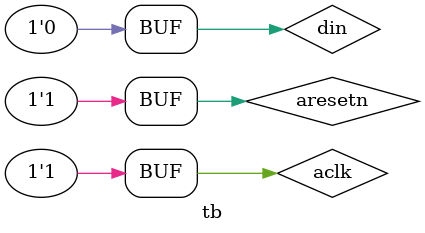
<source format=sv>
module tb;

// Number of stages.
parameter N = 10;

// reset and clock.
reg		aresetn	;
reg		aclk	;

// Input/output.
reg		din		;
wire	dout	;

// DUT.
debouncer
	#(
		// Number of stages.
		.N(N)
	)
	DUT
	(
		// reset and clock.
		.aresetn	,
		.aclk		,

		// Input/output.
		.din		,
		.dout
	);

// Main TB.
initial begin
	aresetn	<= 0;
	din		<= 0;
	#300;
	aresetn	<= 1;

	#1000;
	
	din <= 1;
	
	#200;

	din <= 0;
	
end

// aclk;
always begin
	aclk	<= 0;
	#7;
	aclk	<= 1;
	#7;
end

endmodule


</source>
